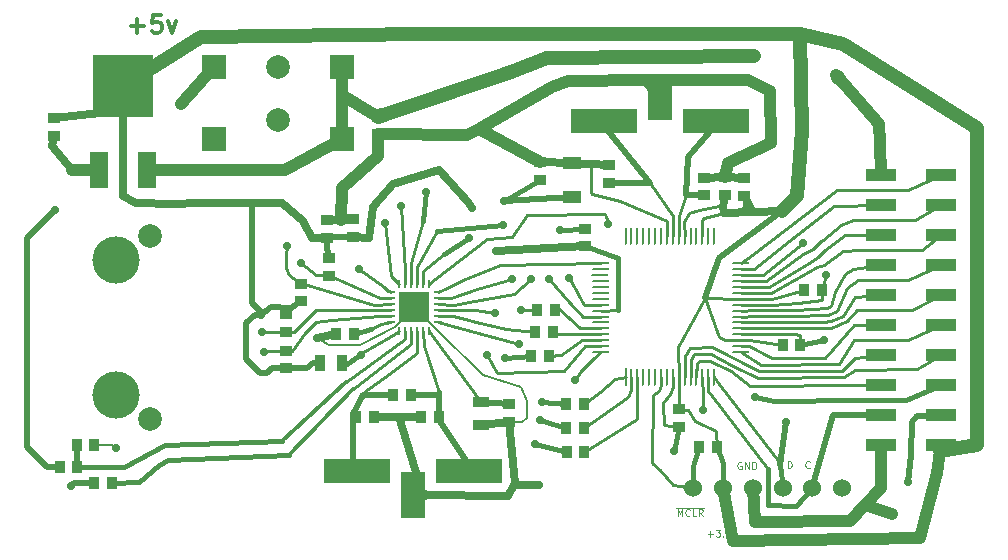
<source format=gtl>
G04 (created by PCBNEW (2013-08-24 BZR 4298)-stable) date Sun 10 Nov 2013 04:28:44 PM PST*
%MOIN*%
G04 Gerber Fmt 3.4, Leading zero omitted, Abs format*
%FSLAX34Y34*%
G01*
G70*
G90*
G04 APERTURE LIST*
%ADD10C,0.005906*%
%ADD11C,0.003937*%
%ADD12C,0.011811*%
%ADD13R,0.035400X0.039400*%
%ADD14R,0.039400X0.035400*%
%ADD15C,0.060000*%
%ADD16C,0.078700*%
%ADD17R,0.078700X0.078700*%
%ADD18R,0.060000X0.120000*%
%ADD19R,0.200000X0.210000*%
%ADD20R,0.055000X0.035000*%
%ADD21R,0.035000X0.055000*%
%ADD22R,0.009800X0.060000*%
%ADD23O,0.009800X0.060000*%
%ADD24O,0.060000X0.009800*%
%ADD25R,0.059100X0.039400*%
%ADD26R,0.061000X0.039400*%
%ADD27R,0.100000X0.039000*%
%ADD28R,0.220472X0.082677*%
%ADD29R,0.082677X0.157480*%
%ADD30C,0.157480*%
%ADD31C,0.078740*%
%ADD32R,0.098400X0.098400*%
%ADD33O,0.009800X0.031500*%
%ADD34O,0.031500X0.009800*%
%ADD35C,0.023622*%
%ADD36C,0.027559*%
%ADD37C,0.019685*%
%ADD38C,0.009843*%
%ADD39C,0.047244*%
%ADD40C,0.039370*%
%ADD41C,0.027559*%
%ADD42C,0.015748*%
%ADD43C,0.007874*%
G04 APERTURE END LIST*
G54D10*
G54D11*
X39069Y-47386D02*
X39069Y-47150D01*
X39125Y-47150D01*
X39159Y-47161D01*
X39181Y-47183D01*
X39192Y-47206D01*
X39204Y-47251D01*
X39204Y-47285D01*
X39192Y-47330D01*
X39181Y-47352D01*
X39159Y-47375D01*
X39125Y-47386D01*
X39069Y-47386D01*
X39800Y-47363D02*
X39789Y-47375D01*
X39755Y-47386D01*
X39732Y-47386D01*
X39699Y-47375D01*
X39676Y-47352D01*
X39665Y-47330D01*
X39654Y-47285D01*
X39654Y-47251D01*
X39665Y-47206D01*
X39676Y-47183D01*
X39699Y-47161D01*
X39732Y-47150D01*
X39755Y-47150D01*
X39789Y-47161D01*
X39800Y-47172D01*
G54D12*
X17168Y-32642D02*
X17618Y-32642D01*
X17393Y-32867D02*
X17393Y-32417D01*
X18181Y-32276D02*
X17900Y-32276D01*
X17871Y-32557D01*
X17900Y-32529D01*
X17956Y-32501D01*
X18096Y-32501D01*
X18153Y-32529D01*
X18181Y-32557D01*
X18209Y-32614D01*
X18209Y-32754D01*
X18181Y-32810D01*
X18153Y-32839D01*
X18096Y-32867D01*
X17956Y-32867D01*
X17900Y-32839D01*
X17871Y-32810D01*
X18406Y-32473D02*
X18546Y-32867D01*
X18687Y-32473D01*
G54D11*
X37528Y-47192D02*
X37506Y-47181D01*
X37472Y-47181D01*
X37438Y-47192D01*
X37416Y-47215D01*
X37404Y-47237D01*
X37393Y-47282D01*
X37393Y-47316D01*
X37404Y-47361D01*
X37416Y-47384D01*
X37438Y-47406D01*
X37472Y-47417D01*
X37494Y-47417D01*
X37528Y-47406D01*
X37539Y-47395D01*
X37539Y-47316D01*
X37494Y-47316D01*
X37641Y-47417D02*
X37641Y-47181D01*
X37776Y-47417D01*
X37776Y-47181D01*
X37888Y-47417D02*
X37888Y-47181D01*
X37944Y-47181D01*
X37978Y-47192D01*
X38001Y-47215D01*
X38012Y-47237D01*
X38023Y-47282D01*
X38023Y-47316D01*
X38012Y-47361D01*
X38001Y-47384D01*
X37978Y-47406D01*
X37944Y-47417D01*
X37888Y-47417D01*
X36397Y-49579D02*
X36577Y-49579D01*
X36487Y-49669D02*
X36487Y-49489D01*
X36667Y-49433D02*
X36813Y-49433D01*
X36734Y-49523D01*
X36768Y-49523D01*
X36790Y-49534D01*
X36802Y-49546D01*
X36813Y-49568D01*
X36813Y-49624D01*
X36802Y-49647D01*
X36790Y-49658D01*
X36768Y-49669D01*
X36700Y-49669D01*
X36678Y-49658D01*
X36667Y-49647D01*
X36914Y-49647D02*
X36925Y-49658D01*
X36914Y-49669D01*
X36903Y-49658D01*
X36914Y-49647D01*
X36914Y-49669D01*
X37004Y-49433D02*
X37150Y-49433D01*
X37071Y-49523D01*
X37105Y-49523D01*
X37128Y-49534D01*
X37139Y-49546D01*
X37150Y-49568D01*
X37150Y-49624D01*
X37139Y-49647D01*
X37128Y-49658D01*
X37105Y-49669D01*
X37038Y-49669D01*
X37015Y-49658D01*
X37004Y-49647D01*
X37229Y-49512D02*
X37285Y-49669D01*
X37341Y-49512D01*
X35400Y-48976D02*
X35400Y-48740D01*
X35479Y-48909D01*
X35557Y-48740D01*
X35557Y-48976D01*
X35805Y-48954D02*
X35794Y-48965D01*
X35760Y-48976D01*
X35737Y-48976D01*
X35704Y-48965D01*
X35681Y-48943D01*
X35670Y-48920D01*
X35659Y-48875D01*
X35659Y-48841D01*
X35670Y-48796D01*
X35681Y-48774D01*
X35704Y-48751D01*
X35737Y-48740D01*
X35760Y-48740D01*
X35794Y-48751D01*
X35805Y-48763D01*
X36019Y-48976D02*
X35906Y-48976D01*
X35906Y-48740D01*
X36232Y-48976D02*
X36154Y-48864D01*
X36097Y-48976D02*
X36097Y-48740D01*
X36187Y-48740D01*
X36210Y-48751D01*
X36221Y-48763D01*
X36232Y-48785D01*
X36232Y-48819D01*
X36221Y-48841D01*
X36210Y-48853D01*
X36187Y-48864D01*
X36097Y-48864D01*
X35344Y-48700D02*
X36277Y-48700D01*
G54D13*
X15957Y-46598D03*
X15365Y-46598D03*
X15390Y-47334D03*
X14798Y-47334D03*
X36105Y-46692D03*
X36697Y-46692D03*
X16536Y-47889D03*
X15944Y-47889D03*
G54D14*
X22862Y-41235D03*
X22862Y-41827D03*
X23771Y-40984D03*
X23771Y-40392D03*
X22330Y-43467D03*
X22330Y-44059D03*
X22350Y-42847D03*
X22350Y-42255D03*
G54D13*
X31107Y-43633D03*
X30515Y-43633D03*
X31240Y-42854D03*
X30648Y-42854D03*
X31299Y-42106D03*
X30707Y-42106D03*
X25924Y-44940D03*
X26516Y-44940D03*
X32292Y-46830D03*
X31700Y-46830D03*
X32276Y-46035D03*
X31684Y-46035D03*
X32280Y-45232D03*
X31688Y-45232D03*
G54D15*
X39893Y-48035D03*
X40893Y-48037D03*
X35901Y-48035D03*
X36901Y-48037D03*
X38897Y-48037D03*
X37897Y-48035D03*
G54D14*
X36988Y-37692D03*
X36988Y-38284D03*
X36279Y-37696D03*
X36279Y-38288D03*
X33129Y-37282D03*
X33129Y-37874D03*
X37610Y-37707D03*
X37610Y-38299D03*
X30826Y-37184D03*
X30826Y-37776D03*
G54D13*
X40209Y-41433D03*
X39617Y-41433D03*
G54D14*
X32318Y-39400D03*
X32318Y-39992D03*
G54D13*
X39492Y-43279D03*
X38900Y-43279D03*
G54D14*
X14600Y-36296D03*
X14600Y-35704D03*
X35433Y-46016D03*
X35433Y-45424D03*
X25421Y-36256D03*
X25421Y-35664D03*
X23700Y-39113D03*
X23700Y-39705D03*
X24586Y-39093D03*
X24586Y-39685D03*
G54D13*
X24684Y-45688D03*
X25276Y-45688D03*
X27441Y-45681D03*
X26849Y-45681D03*
G54D14*
X29783Y-45843D03*
X29783Y-45251D03*
G54D16*
X22086Y-35768D03*
G54D17*
X24216Y-33996D03*
X24216Y-36398D03*
X19954Y-33996D03*
X19954Y-36398D03*
G54D16*
X22086Y-33996D03*
G54D18*
X16097Y-37438D03*
X17697Y-37438D03*
G54D19*
X16897Y-34638D03*
G54D20*
X28830Y-45180D03*
X28830Y-45930D03*
G54D21*
X23463Y-43870D03*
X24213Y-43870D03*
G54D22*
X33665Y-44346D03*
G54D23*
X33862Y-44346D03*
X34059Y-44346D03*
X34256Y-44346D03*
X34453Y-44346D03*
X34649Y-44346D03*
X34846Y-44346D03*
X35043Y-44346D03*
X35240Y-44346D03*
X35437Y-44346D03*
X35634Y-44346D03*
X35830Y-44346D03*
X36027Y-44346D03*
X36224Y-44346D03*
X36421Y-44346D03*
X36618Y-44346D03*
G54D24*
X37516Y-43511D03*
X37516Y-43314D03*
X37516Y-43117D03*
X37516Y-42920D03*
X37516Y-42723D03*
X37516Y-42527D03*
X37516Y-42330D03*
X37516Y-42133D03*
X37516Y-41936D03*
X37516Y-41739D03*
X37516Y-41542D03*
X37516Y-41346D03*
X37516Y-41149D03*
X37516Y-40952D03*
X37516Y-40755D03*
X37516Y-40558D03*
G54D23*
X36618Y-39660D03*
X36421Y-39660D03*
X36224Y-39660D03*
X36027Y-39660D03*
X35830Y-39660D03*
X35634Y-39660D03*
X35437Y-39660D03*
X35240Y-39660D03*
X35043Y-39660D03*
X34846Y-39660D03*
X34649Y-39660D03*
X34453Y-39660D03*
X34256Y-39660D03*
X34059Y-39660D03*
X33862Y-39660D03*
X33665Y-39660D03*
G54D24*
X32830Y-40558D03*
X32830Y-40755D03*
X32830Y-41149D03*
X32823Y-40952D03*
X32830Y-41346D03*
X32830Y-41542D03*
X32830Y-41739D03*
X32830Y-41936D03*
X32830Y-42133D03*
X32830Y-42330D03*
X32830Y-42524D03*
X32830Y-42721D03*
X32830Y-42918D03*
X32830Y-43115D03*
X32830Y-43311D03*
X32830Y-43508D03*
G54D25*
X31883Y-38351D03*
G54D26*
X31887Y-37199D03*
G54D27*
X42185Y-37606D03*
X44185Y-37606D03*
X42185Y-40606D03*
X44185Y-39606D03*
X44185Y-38606D03*
X42185Y-38606D03*
X42185Y-39606D03*
X42185Y-41606D03*
X44185Y-40606D03*
X44185Y-41606D03*
X44185Y-42606D03*
X44185Y-46606D03*
X44185Y-45606D03*
X44185Y-44606D03*
X44185Y-43606D03*
X42185Y-42606D03*
X42185Y-43606D03*
X42185Y-44606D03*
X42185Y-45606D03*
X42185Y-46606D03*
G54D13*
X24007Y-42897D03*
X24599Y-42897D03*
G54D28*
X32933Y-35807D03*
X36673Y-35807D03*
G54D29*
X34803Y-35019D03*
G54D28*
X28444Y-47476D03*
X24704Y-47476D03*
G54D29*
X26574Y-48263D03*
G54D30*
X16677Y-44950D03*
X16677Y-40450D03*
G54D31*
X17826Y-39651D03*
X17826Y-45750D03*
G54D32*
X26618Y-42019D03*
G54D33*
X26126Y-42806D03*
X26323Y-42806D03*
X26520Y-42806D03*
X26716Y-42806D03*
X26913Y-42806D03*
X27110Y-42806D03*
G54D34*
X27405Y-42511D03*
X27405Y-42314D03*
X27405Y-42117D03*
X27405Y-41921D03*
X27405Y-41724D03*
X27405Y-41527D03*
G54D33*
X27110Y-41232D03*
X26913Y-41232D03*
X26716Y-41232D03*
X26520Y-41232D03*
X26323Y-41232D03*
X26126Y-41232D03*
G54D34*
X25831Y-41527D03*
X25831Y-41724D03*
X25831Y-41921D03*
X25831Y-42117D03*
X25831Y-42314D03*
X25831Y-42511D03*
G54D35*
X26618Y-42019D03*
X26318Y-41719D03*
X26318Y-42319D03*
X26918Y-41719D03*
X26918Y-42319D03*
G54D36*
X21515Y-42263D03*
X28543Y-38716D03*
X29300Y-42200D03*
X29330Y-40153D03*
X37952Y-33661D03*
X40744Y-34385D03*
X24834Y-43602D03*
X24779Y-40755D03*
X39590Y-39870D03*
X33090Y-39240D03*
X29035Y-43622D03*
X28437Y-39708D03*
X30511Y-41062D03*
X31968Y-44429D03*
X16665Y-46724D03*
X28779Y-36082D03*
X18838Y-35236D03*
X23381Y-43035D03*
X30779Y-47940D03*
X42547Y-48905D03*
X35295Y-46799D03*
X40271Y-43110D03*
X40334Y-40948D03*
X31480Y-39437D03*
X15200Y-37444D03*
X14657Y-38779D03*
X43090Y-47834D03*
X39027Y-45846D03*
X30098Y-43232D03*
X30177Y-42106D03*
X30889Y-45165D03*
X27000Y-38192D03*
X30814Y-45787D03*
X26188Y-38641D03*
X30637Y-46586D03*
X25649Y-39208D03*
X29645Y-43700D03*
X29877Y-41062D03*
X29629Y-38488D03*
X31783Y-41031D03*
X36240Y-45452D03*
X37980Y-45019D03*
X21547Y-42858D03*
X21622Y-43519D03*
X22854Y-40531D03*
X22377Y-39976D03*
X15196Y-47984D03*
X31122Y-41082D03*
X29566Y-39271D03*
G54D37*
X21515Y-42263D02*
X21515Y-42192D01*
X21208Y-41885D02*
X21208Y-38544D01*
X21515Y-42192D02*
X21208Y-41885D01*
X22330Y-44059D02*
X21873Y-44059D01*
X21299Y-42263D02*
X21515Y-42263D01*
X21015Y-42547D02*
X21299Y-42263D01*
X21015Y-43751D02*
X21015Y-42547D01*
X21484Y-44220D02*
X21015Y-43751D01*
X21712Y-44220D02*
X21484Y-44220D01*
X21873Y-44059D02*
X21712Y-44220D01*
X23463Y-43870D02*
X23240Y-43870D01*
X23050Y-44059D02*
X22330Y-44059D01*
X23240Y-43870D02*
X23050Y-44059D01*
X22527Y-42043D02*
X21842Y-42015D01*
X21842Y-42015D02*
X21515Y-42263D01*
X23700Y-39705D02*
X23728Y-40059D01*
X23728Y-40059D02*
X23771Y-40392D01*
X22862Y-41827D02*
X22527Y-42043D01*
X22527Y-42043D02*
X22350Y-42255D01*
G54D38*
X36311Y-41722D02*
X36771Y-43027D01*
X36988Y-43125D02*
X37516Y-43117D01*
X36771Y-43027D02*
X36988Y-43125D01*
X35437Y-44346D02*
X35421Y-43358D01*
X35421Y-43358D02*
X36311Y-41722D01*
X36311Y-41722D02*
X36314Y-41716D01*
X37516Y-41739D02*
X36314Y-41716D01*
G54D37*
X36771Y-40389D02*
X36314Y-41716D01*
X36771Y-40389D02*
X38874Y-38807D01*
G54D38*
X36697Y-46692D02*
X36681Y-46129D01*
X35748Y-45452D02*
X35433Y-45424D01*
X35964Y-45807D02*
X35748Y-45452D01*
X36681Y-46129D02*
X35964Y-45807D01*
G54D39*
X45385Y-36059D02*
X40914Y-33250D01*
X40914Y-33250D02*
X39488Y-32913D01*
X44155Y-46823D02*
X45393Y-46618D01*
X45393Y-46618D02*
X45385Y-36059D01*
G54D40*
X36901Y-48037D02*
X37244Y-49803D01*
X44055Y-47551D02*
X44155Y-46823D01*
X43492Y-49720D02*
X44055Y-47551D01*
X37244Y-49803D02*
X43492Y-49720D01*
G54D41*
X44155Y-46823D02*
X44185Y-46606D01*
G54D39*
X39551Y-36149D02*
X39389Y-38326D01*
X39389Y-38326D02*
X38874Y-38807D01*
X39488Y-32913D02*
X39551Y-36149D01*
G54D41*
X38874Y-38807D02*
X37927Y-38840D01*
G54D39*
X19500Y-33000D02*
X26881Y-32901D01*
X26881Y-32901D02*
X30885Y-32913D01*
X30885Y-32913D02*
X39488Y-32913D01*
X16897Y-34638D02*
X19500Y-33000D01*
G54D41*
X37610Y-38299D02*
X37927Y-38840D01*
X36921Y-38669D02*
X36988Y-38284D01*
X37927Y-38840D02*
X36952Y-38874D01*
X36952Y-38874D02*
X36921Y-38669D01*
G54D38*
X37610Y-38299D02*
X37604Y-38708D01*
X36225Y-39102D02*
X36225Y-39633D01*
X36271Y-39047D02*
X36225Y-39102D01*
X37604Y-38708D02*
X36271Y-39047D01*
G54D42*
X36697Y-46692D02*
X36901Y-47204D01*
X36901Y-47204D02*
X36901Y-48037D01*
G54D38*
X35437Y-44346D02*
X35433Y-45424D01*
X37516Y-43117D02*
X37795Y-43110D01*
X37795Y-43110D02*
X38900Y-43279D01*
X37516Y-41739D02*
X38562Y-41732D01*
X38562Y-41732D02*
X39625Y-41448D01*
G54D42*
X32318Y-39992D02*
X33417Y-40389D01*
X33417Y-40389D02*
X33421Y-42122D01*
G54D41*
X29330Y-40153D02*
X32318Y-39992D01*
X28399Y-38512D02*
X28543Y-38716D01*
X24586Y-39685D02*
X25118Y-39704D01*
X25118Y-39704D02*
X25236Y-38681D01*
X27448Y-37440D02*
X27484Y-37481D01*
X27484Y-37481D02*
X28399Y-38512D01*
X25921Y-37921D02*
X27448Y-37440D01*
X25236Y-38681D02*
X25921Y-37921D01*
G54D38*
X36988Y-38284D02*
X36960Y-38610D01*
X35629Y-39181D02*
X35783Y-38862D01*
X35783Y-38862D02*
X36106Y-38771D01*
X35634Y-39660D02*
X35629Y-39181D01*
X36960Y-38610D02*
X36106Y-38771D01*
X32830Y-42133D02*
X33421Y-42122D01*
X27405Y-42117D02*
X28645Y-42114D01*
X28645Y-42114D02*
X29300Y-42200D01*
X29330Y-40153D02*
X29263Y-40086D01*
G54D41*
X18598Y-38566D02*
X19389Y-38560D01*
X17354Y-38551D02*
X18598Y-38566D01*
X16905Y-38295D02*
X17354Y-38551D01*
X16897Y-34638D02*
X16905Y-38295D01*
X19389Y-38560D02*
X21208Y-38544D01*
X21208Y-38544D02*
X22200Y-38535D01*
X23228Y-39704D02*
X23700Y-39705D01*
X22200Y-38535D02*
X22905Y-39145D01*
X22905Y-39145D02*
X23228Y-39704D01*
X14600Y-35704D02*
X16141Y-35551D01*
X16141Y-35551D02*
X16897Y-34638D01*
G54D37*
X23700Y-39705D02*
X23728Y-39677D01*
X23728Y-39677D02*
X24586Y-39685D01*
G54D40*
X25421Y-35664D02*
X24216Y-34953D01*
X24216Y-36398D02*
X22303Y-37440D01*
X22303Y-37440D02*
X17697Y-37438D01*
X24216Y-36398D02*
X24216Y-34953D01*
X24216Y-34953D02*
X24216Y-33996D01*
G54D39*
X29830Y-34187D02*
X31043Y-33704D01*
X31043Y-33704D02*
X37952Y-33661D01*
X40744Y-34385D02*
X40760Y-34350D01*
X25421Y-35664D02*
X29830Y-34187D01*
G54D41*
X29830Y-34187D02*
X29897Y-34165D01*
G54D40*
X25421Y-35664D02*
X25519Y-35566D01*
X42149Y-36555D02*
X42185Y-37606D01*
X40760Y-34350D02*
X42126Y-35928D01*
X42126Y-35928D02*
X42149Y-36555D01*
X40683Y-34288D02*
X40760Y-34350D01*
G54D38*
X25831Y-41527D02*
X25700Y-41431D01*
X25700Y-41431D02*
X25600Y-41358D01*
G54D42*
X24810Y-43587D02*
X24810Y-43584D01*
X24834Y-43602D02*
X24810Y-43587D01*
G54D38*
X25600Y-41358D02*
X24779Y-40755D01*
X26126Y-42806D02*
X25913Y-42932D01*
X25913Y-42932D02*
X24810Y-43584D01*
G54D42*
X24810Y-43584D02*
X24841Y-43562D01*
X24271Y-43976D02*
X24213Y-43870D01*
X24841Y-43562D02*
X24271Y-43976D01*
G54D38*
X32830Y-43115D02*
X32212Y-43114D01*
X31519Y-43606D02*
X31107Y-43633D01*
X32212Y-43114D02*
X31519Y-43606D01*
X37516Y-40952D02*
X38236Y-40951D01*
X30385Y-38933D02*
X32968Y-38925D01*
X29866Y-39669D02*
X30385Y-38933D01*
X32968Y-38925D02*
X33067Y-39162D01*
X29035Y-39744D02*
X29866Y-39669D01*
X27318Y-41071D02*
X29035Y-39744D01*
X27110Y-41232D02*
X27318Y-41071D01*
X38236Y-40951D02*
X39590Y-39870D01*
X33090Y-39240D02*
X33067Y-39162D01*
X33067Y-39162D02*
X33067Y-39162D01*
X27405Y-41527D02*
X27724Y-41371D01*
X29496Y-40598D02*
X32830Y-40558D01*
X28232Y-41122D02*
X29496Y-40598D01*
X27724Y-41371D02*
X28232Y-41122D01*
X32830Y-43311D02*
X32318Y-43307D01*
X32318Y-43307D02*
X31618Y-44141D01*
X31618Y-44141D02*
X29370Y-44220D01*
X29370Y-44220D02*
X29035Y-43622D01*
G54D42*
X28437Y-39708D02*
X27598Y-40259D01*
G54D38*
X26917Y-40811D02*
X26913Y-41232D01*
X26917Y-40811D02*
X27598Y-40259D01*
X32830Y-42918D02*
X31377Y-42917D01*
X31377Y-42917D02*
X31240Y-42854D01*
X32830Y-42721D02*
X32157Y-42728D01*
X31421Y-42059D02*
X31299Y-42106D01*
X32157Y-42728D02*
X31421Y-42059D01*
X32830Y-43508D02*
X32629Y-43708D01*
X32629Y-43708D02*
X32185Y-44151D01*
X31968Y-44429D02*
X32191Y-44156D01*
X32185Y-44151D02*
X32191Y-44156D01*
X27405Y-41921D02*
X27960Y-41933D01*
X27960Y-41933D02*
X28444Y-41834D01*
X28444Y-41834D02*
X29952Y-41566D01*
X29952Y-41566D02*
X30511Y-41062D01*
X30511Y-41062D02*
X30519Y-41056D01*
X33862Y-44346D02*
X33858Y-44783D01*
X33740Y-45019D02*
X32276Y-46035D01*
X33858Y-44783D02*
X33740Y-45019D01*
X34059Y-44346D02*
X34059Y-45129D01*
X34059Y-45751D02*
X32292Y-46830D01*
X34059Y-45129D02*
X34059Y-45751D01*
X33665Y-44346D02*
X33303Y-44406D01*
X33303Y-44406D02*
X32811Y-44838D01*
X32811Y-44838D02*
X32280Y-45232D01*
G54D43*
X15957Y-46598D02*
X16539Y-46598D01*
X16539Y-46598D02*
X16665Y-46724D01*
X26618Y-42019D02*
X27094Y-42494D01*
G54D10*
X27094Y-42494D02*
X27338Y-42737D01*
G54D43*
X27338Y-42737D02*
X28897Y-44291D01*
X30216Y-45846D02*
X29783Y-45843D01*
X30374Y-45728D02*
X30216Y-45846D01*
X30393Y-45137D02*
X30374Y-45728D01*
X30196Y-44685D02*
X30393Y-45137D01*
X28897Y-44291D02*
X30196Y-44685D01*
G54D10*
X26618Y-42019D02*
X25964Y-42677D01*
G54D43*
X23783Y-43287D02*
X23381Y-43035D01*
X24803Y-43283D02*
X23783Y-43287D01*
X25964Y-42677D02*
X24803Y-43283D01*
G54D40*
X26574Y-48263D02*
X26901Y-48267D01*
X34803Y-35019D02*
X34363Y-34459D01*
X28779Y-36082D02*
X31220Y-34685D01*
X37066Y-37204D02*
X36988Y-37692D01*
X38503Y-36555D02*
X37066Y-37204D01*
X38484Y-34822D02*
X38503Y-36555D01*
X37736Y-34448D02*
X38484Y-34822D01*
X31751Y-34468D02*
X34363Y-34459D01*
X34363Y-34459D02*
X37736Y-34448D01*
X31220Y-34685D02*
X31751Y-34468D01*
X25421Y-36256D02*
X28385Y-36279D01*
X28385Y-36279D02*
X28779Y-36082D01*
X30826Y-37184D02*
X28779Y-36082D01*
X25421Y-36256D02*
X25413Y-36968D01*
X24212Y-38031D02*
X24175Y-39102D01*
X25413Y-36968D02*
X24212Y-38031D01*
X19954Y-33996D02*
X18838Y-35236D01*
G54D38*
X37516Y-41936D02*
X38543Y-41929D01*
X38543Y-41929D02*
X39429Y-41889D01*
G54D41*
X24007Y-42897D02*
X23381Y-43035D01*
X37610Y-37707D02*
X36988Y-37692D01*
X29941Y-47941D02*
X30779Y-47940D01*
G54D40*
X41648Y-48621D02*
X42547Y-48905D01*
G54D42*
X35433Y-46016D02*
X35295Y-46799D01*
G54D40*
X37897Y-48035D02*
X37992Y-49173D01*
X41145Y-49153D02*
X41648Y-48621D01*
X37992Y-49173D02*
X41145Y-49153D01*
X42195Y-48042D02*
X42185Y-46606D01*
X41648Y-48621D02*
X42195Y-48042D01*
G54D41*
X26122Y-45688D02*
X26901Y-48267D01*
X26901Y-48267D02*
X29736Y-48299D01*
X29736Y-48299D02*
X29941Y-47941D01*
X29941Y-47941D02*
X29968Y-47893D01*
X29968Y-47893D02*
X29783Y-45843D01*
G54D38*
X35240Y-44346D02*
X35236Y-44665D01*
X35236Y-44665D02*
X35137Y-44901D01*
X35137Y-44901D02*
X34929Y-45200D01*
X34929Y-45200D02*
X34933Y-45952D01*
X34933Y-45952D02*
X35433Y-46016D01*
G54D42*
X39492Y-43279D02*
X40271Y-43110D01*
G54D38*
X37516Y-42920D02*
X37897Y-42920D01*
X37897Y-42920D02*
X38251Y-42921D01*
X38251Y-42921D02*
X38645Y-42921D01*
X38645Y-42921D02*
X39295Y-42921D01*
X39295Y-42921D02*
X39488Y-42933D01*
X39488Y-42933D02*
X39492Y-43279D01*
X40209Y-41433D02*
X40334Y-40948D01*
X40200Y-41767D02*
X40209Y-41433D01*
X39425Y-41890D02*
X40200Y-41767D01*
X35043Y-39660D02*
X35043Y-39141D01*
X35043Y-39141D02*
X33484Y-38464D01*
X33484Y-38464D02*
X32562Y-38239D01*
X32562Y-38239D02*
X32519Y-38208D01*
X32519Y-38208D02*
X32519Y-37322D01*
X32401Y-37303D02*
X31887Y-37199D01*
X32519Y-37322D02*
X32401Y-37303D01*
G54D41*
X36279Y-37696D02*
X36988Y-37692D01*
X31887Y-37199D02*
X30826Y-37184D01*
X33129Y-37282D02*
X31887Y-37199D01*
G54D42*
X32318Y-39400D02*
X31480Y-39437D01*
G54D41*
X24586Y-39093D02*
X24175Y-39102D01*
X24175Y-39102D02*
X23700Y-39113D01*
X29783Y-45843D02*
X28830Y-45930D01*
X26849Y-45681D02*
X26198Y-45682D01*
X26198Y-45682D02*
X26122Y-45688D01*
X26122Y-45688D02*
X25276Y-45688D01*
X15200Y-37444D02*
X14562Y-36653D01*
X14562Y-36653D02*
X14600Y-36296D01*
G54D40*
X16097Y-37438D02*
X16087Y-37448D01*
X16087Y-37448D02*
X15200Y-37444D01*
G54D37*
X14798Y-47334D02*
X14377Y-47334D01*
X14377Y-47334D02*
X13712Y-46669D01*
X13712Y-46669D02*
X13712Y-39724D01*
X13712Y-39724D02*
X14657Y-38779D01*
X39893Y-48035D02*
X40570Y-45610D01*
X40570Y-45610D02*
X42185Y-45606D01*
G54D38*
X36421Y-44346D02*
X36417Y-44803D01*
X36417Y-44803D02*
X36535Y-44980D01*
X36535Y-44980D02*
X38401Y-47425D01*
G54D42*
X38401Y-47425D02*
X38409Y-48625D01*
X38409Y-48625D02*
X39354Y-48629D01*
X39354Y-48629D02*
X39893Y-48035D01*
G54D37*
X38807Y-47277D02*
X39027Y-45846D01*
X43393Y-45661D02*
X44185Y-45606D01*
X43200Y-45854D02*
X43393Y-45661D01*
X43185Y-46933D02*
X43200Y-45854D01*
X43090Y-47834D02*
X43185Y-46933D01*
G54D38*
X36618Y-44346D02*
X36787Y-44567D01*
X36787Y-44567D02*
X38799Y-47208D01*
G54D42*
X38799Y-47208D02*
X38807Y-47277D01*
X38807Y-47277D02*
X38897Y-48037D01*
X16536Y-47889D02*
X17444Y-47850D01*
G54D38*
X26515Y-43248D02*
X24590Y-44745D01*
G54D12*
X24590Y-44745D02*
X22440Y-46948D01*
G54D38*
X26515Y-43248D02*
X26520Y-42806D01*
G54D42*
X18400Y-47100D02*
X22440Y-46948D01*
X18106Y-47279D02*
X18400Y-47100D01*
X17444Y-47850D02*
X18106Y-47279D01*
G54D37*
X26516Y-44940D02*
X27440Y-44940D01*
X27440Y-44940D02*
X27440Y-44940D01*
G54D38*
X27441Y-45681D02*
X27525Y-45869D01*
X26913Y-42806D02*
X26960Y-43303D01*
X26960Y-43303D02*
X27440Y-44847D01*
G54D42*
X27440Y-44847D02*
X27440Y-44940D01*
G54D37*
X27448Y-45751D02*
X27525Y-45869D01*
X27440Y-44940D02*
X27448Y-45751D01*
X27525Y-45869D02*
X28574Y-47462D01*
X25924Y-44940D02*
X24898Y-44940D01*
G54D38*
X24574Y-45692D02*
X24684Y-45688D01*
X26716Y-42806D02*
X26712Y-43543D01*
X24948Y-44838D02*
X24898Y-44940D01*
X26712Y-43543D02*
X25795Y-44255D01*
X25795Y-44255D02*
X24948Y-44838D01*
G54D37*
X24583Y-45582D02*
X24574Y-45692D01*
X24898Y-44940D02*
X24583Y-45582D01*
X24574Y-45692D02*
X24574Y-47500D01*
X28830Y-45180D02*
X29783Y-45251D01*
G54D38*
X27110Y-42806D02*
X27279Y-43040D01*
X27279Y-43040D02*
X28830Y-45180D01*
X27405Y-42314D02*
X27900Y-42308D01*
X27900Y-42308D02*
X28300Y-42400D01*
X28300Y-42400D02*
X28692Y-42523D01*
X28692Y-42523D02*
X29665Y-42736D01*
X29665Y-42736D02*
X30648Y-42854D01*
X30177Y-42106D02*
X30707Y-42106D01*
X27405Y-42511D02*
X28027Y-42692D01*
X28027Y-42692D02*
X30098Y-43232D01*
X25831Y-42511D02*
X25500Y-42566D01*
X25500Y-42566D02*
X25173Y-42736D01*
G54D42*
X25173Y-42736D02*
X24599Y-42897D01*
G54D37*
X15390Y-47334D02*
X15365Y-46598D01*
G54D42*
X15390Y-47334D02*
X16948Y-47330D01*
G54D38*
X26318Y-43070D02*
X24330Y-44500D01*
G54D12*
X24330Y-44500D02*
X22220Y-46480D01*
G54D42*
X22220Y-46480D02*
X18300Y-46600D01*
X18300Y-46600D02*
X16948Y-47330D01*
G54D38*
X26318Y-43070D02*
X26323Y-42806D01*
G54D37*
X33129Y-37874D02*
X34467Y-37893D01*
G54D38*
X35240Y-39660D02*
X35244Y-38984D01*
X35244Y-38984D02*
X34467Y-37893D01*
G54D37*
X34467Y-37893D02*
X32803Y-35821D01*
G54D42*
X31688Y-45232D02*
X30889Y-45165D01*
X27000Y-38192D02*
X26925Y-39149D01*
G54D38*
X26925Y-39149D02*
X26527Y-40547D01*
X26527Y-40547D02*
X26527Y-40546D01*
X26520Y-41232D02*
X26527Y-40546D01*
X26527Y-40546D02*
X26527Y-40525D01*
G54D42*
X31684Y-46035D02*
X30814Y-45787D01*
G54D38*
X26188Y-38641D02*
X26311Y-40787D01*
X26311Y-40787D02*
X26323Y-41232D01*
G54D42*
X31700Y-46830D02*
X30637Y-46586D01*
G54D38*
X25649Y-39208D02*
X25846Y-40980D01*
X25846Y-40980D02*
X26126Y-41232D01*
X27405Y-41724D02*
X27862Y-41728D01*
G54D42*
X29645Y-43700D02*
X30515Y-43633D01*
G54D38*
X28708Y-41425D02*
X29877Y-41062D01*
X27862Y-41728D02*
X28708Y-41425D01*
G54D42*
X29629Y-38488D02*
X30826Y-37776D01*
G54D38*
X31838Y-41129D02*
X31783Y-41031D01*
X32295Y-41933D02*
X31838Y-41129D01*
X32830Y-41936D02*
X32295Y-41933D01*
G54D37*
X29629Y-38488D02*
X31883Y-38351D01*
X36279Y-38288D02*
X35696Y-38287D01*
X35696Y-38287D02*
X35696Y-38287D01*
G54D38*
X35437Y-39660D02*
X35437Y-38980D01*
X35437Y-38980D02*
X35696Y-38287D01*
G54D37*
X35696Y-38287D02*
X35759Y-37000D01*
X35759Y-37000D02*
X36803Y-35783D01*
G54D38*
X44185Y-40606D02*
X43082Y-41102D01*
X43082Y-41102D02*
X41413Y-41102D01*
X41413Y-41102D02*
X41039Y-41381D01*
X41039Y-41381D02*
X40708Y-42137D01*
X40708Y-42137D02*
X40409Y-42283D01*
X40409Y-42283D02*
X39188Y-42318D01*
X39188Y-42318D02*
X38251Y-42318D01*
X37940Y-42323D02*
X37516Y-42330D01*
X38251Y-42318D02*
X37940Y-42323D01*
X37516Y-42133D02*
X37948Y-42124D01*
X38267Y-42118D02*
X39338Y-42110D01*
X40377Y-42055D02*
X40499Y-41974D01*
X39338Y-42110D02*
X40377Y-42055D01*
X40499Y-41974D02*
X40645Y-41507D01*
X40645Y-41507D02*
X40964Y-40925D01*
X40964Y-40925D02*
X41251Y-40748D01*
X41251Y-40748D02*
X42185Y-40606D01*
X37948Y-42124D02*
X38267Y-42118D01*
X37516Y-41542D02*
X38523Y-41535D01*
X43539Y-40102D02*
X44185Y-39606D01*
X41468Y-40110D02*
X43539Y-40102D01*
X40047Y-40688D02*
X40289Y-40611D01*
X40289Y-40611D02*
X40918Y-40133D01*
X40918Y-40133D02*
X41468Y-40110D01*
X38523Y-41535D02*
X40047Y-40688D01*
X42185Y-39606D02*
X40992Y-39614D01*
X38452Y-41346D02*
X37516Y-41346D01*
X39771Y-40546D02*
X38452Y-41346D01*
X40992Y-39614D02*
X40328Y-40121D01*
X40328Y-40121D02*
X40082Y-40354D01*
X40082Y-40354D02*
X39771Y-40546D01*
X37516Y-41149D02*
X38346Y-41141D01*
X43318Y-39102D02*
X44185Y-38606D01*
X41244Y-39110D02*
X43318Y-39102D01*
X40858Y-39271D02*
X41244Y-39110D01*
X40236Y-39763D02*
X40858Y-39271D01*
X38346Y-41141D02*
X39583Y-40247D01*
X39583Y-40247D02*
X39929Y-40062D01*
X39929Y-40062D02*
X40179Y-39805D01*
X40179Y-39805D02*
X40236Y-39763D01*
X36224Y-44346D02*
X36236Y-44984D01*
X36236Y-44984D02*
X36240Y-45452D01*
G54D42*
X41334Y-45098D02*
X43011Y-45106D01*
X38610Y-45129D02*
X41334Y-45098D01*
X37980Y-45019D02*
X38610Y-45129D01*
X43011Y-45106D02*
X44185Y-44606D01*
G54D38*
X36027Y-44346D02*
X36031Y-43870D01*
X36031Y-43870D02*
X36145Y-43795D01*
X36145Y-43795D02*
X36496Y-43807D01*
X36496Y-43807D02*
X37194Y-44149D01*
X37801Y-44632D02*
X41346Y-44625D01*
X37194Y-44149D02*
X37801Y-44632D01*
X41346Y-44625D02*
X42185Y-44606D01*
X35830Y-44346D02*
X35830Y-43763D01*
X43393Y-44094D02*
X44185Y-43606D01*
X41307Y-44098D02*
X43393Y-44094D01*
X37177Y-43929D02*
X38064Y-44383D01*
X38064Y-44383D02*
X40960Y-44358D01*
X40960Y-44358D02*
X41307Y-44098D01*
X36511Y-43586D02*
X37177Y-43929D01*
X35940Y-43582D02*
X36511Y-43586D01*
X35830Y-43763D02*
X35940Y-43582D01*
X35634Y-44346D02*
X35633Y-43637D01*
X35633Y-43637D02*
X35803Y-43370D01*
X35803Y-43370D02*
X36555Y-43358D01*
X36555Y-43358D02*
X38129Y-44161D01*
X38129Y-44161D02*
X40893Y-44149D01*
X41307Y-43713D02*
X42185Y-43606D01*
X40893Y-44149D02*
X41307Y-43713D01*
X44185Y-42606D02*
X43086Y-43106D01*
X43086Y-43106D02*
X41287Y-43098D01*
X41287Y-43098D02*
X40795Y-43909D01*
X40795Y-43909D02*
X38177Y-43940D01*
X38177Y-43940D02*
X37516Y-43511D01*
X37516Y-43314D02*
X37795Y-43307D01*
X37795Y-43307D02*
X38559Y-43708D01*
X38559Y-43708D02*
X40314Y-43700D01*
X40314Y-43700D02*
X41283Y-42614D01*
X41283Y-42614D02*
X42185Y-42606D01*
X37516Y-42723D02*
X37874Y-42721D01*
X43216Y-42098D02*
X44185Y-41606D01*
X41389Y-42098D02*
X43216Y-42098D01*
X41043Y-42488D02*
X41389Y-42098D01*
X40519Y-42712D02*
X41043Y-42488D01*
X39547Y-42712D02*
X40519Y-42712D01*
X37874Y-42721D02*
X39547Y-42712D01*
X37516Y-42527D02*
X37905Y-42525D01*
X40255Y-42511D02*
X40503Y-42488D01*
X40503Y-42488D02*
X40909Y-42295D01*
X40909Y-42295D02*
X41322Y-41677D01*
X41322Y-41677D02*
X42185Y-41606D01*
X37905Y-42525D02*
X40255Y-42511D01*
X37516Y-40755D02*
X37952Y-40755D01*
X40610Y-38629D02*
X42185Y-38606D01*
X39111Y-39805D02*
X40610Y-38629D01*
X37952Y-40755D02*
X39111Y-39805D01*
X44185Y-37606D02*
X43086Y-38102D01*
X37877Y-40283D02*
X37516Y-40558D01*
X40728Y-38118D02*
X37877Y-40283D01*
X43086Y-38102D02*
X40728Y-38118D01*
X21550Y-42847D02*
X22350Y-42847D01*
X21547Y-42858D02*
X21550Y-42847D01*
X22350Y-42847D02*
X22609Y-42847D01*
X22609Y-42847D02*
X23330Y-42125D01*
X23330Y-42125D02*
X23751Y-42125D01*
X24960Y-42125D02*
X25831Y-42117D01*
X24960Y-42125D02*
X23751Y-42125D01*
X23751Y-42125D02*
X23700Y-42125D01*
X22330Y-43467D02*
X21673Y-43467D01*
X21673Y-43467D02*
X21622Y-43519D01*
X22330Y-43467D02*
X22547Y-43468D01*
X22547Y-43468D02*
X22538Y-43468D01*
X22538Y-43468D02*
X22996Y-42874D01*
X22996Y-42874D02*
X23358Y-42511D01*
X23358Y-42511D02*
X23858Y-42437D01*
X25496Y-42318D02*
X25831Y-42314D01*
X25496Y-42318D02*
X23858Y-42437D01*
X23350Y-40944D02*
X23771Y-40984D01*
X22855Y-40532D02*
X23350Y-40944D01*
X22854Y-40531D02*
X22855Y-40532D01*
X23980Y-41049D02*
X23974Y-41049D01*
X23974Y-41049D02*
X23795Y-41035D01*
X23795Y-41035D02*
X23771Y-40984D01*
X23976Y-41047D02*
X23980Y-41049D01*
X23980Y-41049D02*
X25488Y-41724D01*
X25488Y-41724D02*
X25831Y-41724D01*
X22862Y-41235D02*
X22456Y-40948D01*
X22456Y-40948D02*
X22362Y-40700D01*
X22362Y-40700D02*
X22362Y-40291D01*
X22362Y-40291D02*
X22377Y-39976D01*
X22939Y-41246D02*
X22913Y-41212D01*
X22818Y-41162D02*
X22862Y-41235D01*
X25831Y-41921D02*
X25291Y-41929D01*
X25291Y-41929D02*
X22939Y-41246D01*
G54D37*
X15196Y-47984D02*
X15291Y-47889D01*
X15291Y-47889D02*
X15944Y-47889D01*
G54D42*
X27366Y-39468D02*
X29566Y-39271D01*
G54D38*
X26720Y-40677D02*
X27366Y-39468D01*
X26716Y-41232D02*
X26720Y-40677D01*
X31122Y-41082D02*
X31815Y-41874D01*
X32830Y-42330D02*
X32251Y-42330D01*
X32251Y-42330D02*
X31815Y-41874D01*
X31815Y-41874D02*
X31799Y-41858D01*
X34846Y-44346D02*
X34842Y-44625D01*
X34842Y-44625D02*
X34763Y-44822D01*
X34763Y-44822D02*
X34574Y-44929D01*
X34574Y-44929D02*
X34574Y-44929D01*
X34574Y-44929D02*
X34562Y-47212D01*
X34562Y-47212D02*
X34803Y-47433D01*
X34803Y-47433D02*
X35240Y-47948D01*
X35240Y-47948D02*
X35901Y-48035D01*
G54D42*
X35901Y-48035D02*
X35901Y-47303D01*
X35901Y-47303D02*
X36105Y-46692D01*
M02*

</source>
